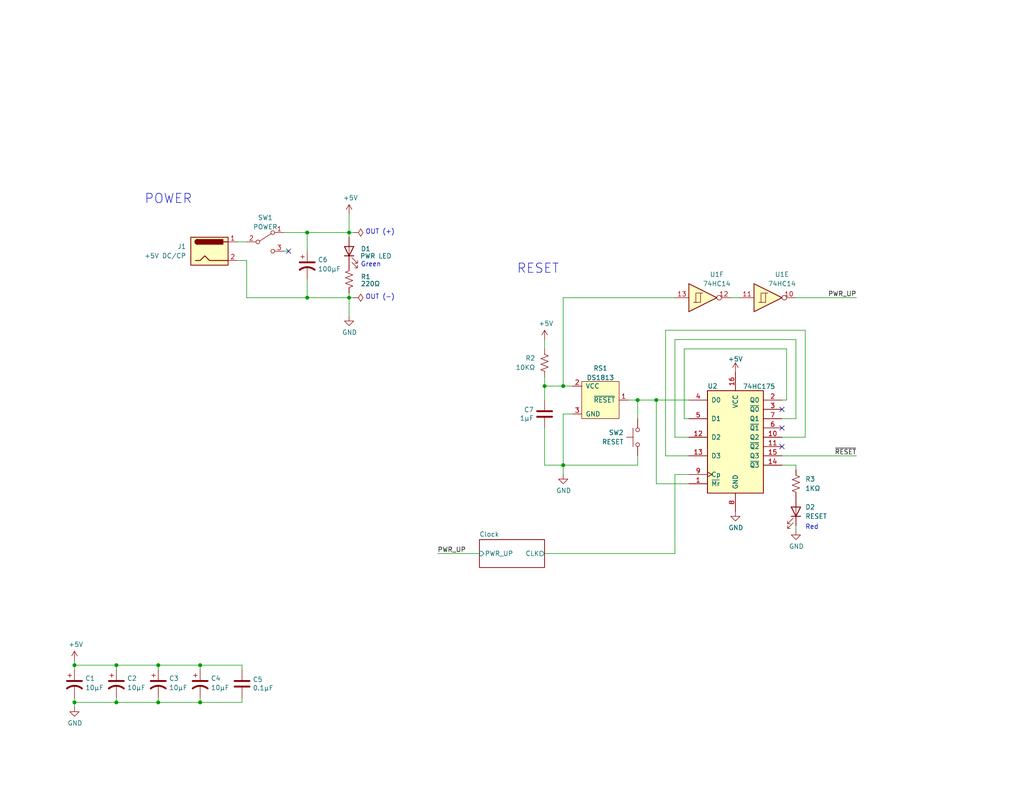
<source format=kicad_sch>
(kicad_sch (version 20211123) (generator eeschema)
  (paper "USLetter")
  (title_block (title "Power and clock") (date "2022-10-01") (rev "1") (company "Frederic Segard - aka: The Micro Hobbyist"))
  (lib_symbols
    (symbol "0_Z80_Library:DS1813" (pin_names (offset 1.016))
      (property "Reference" "RS" (at 0 2.54 0))
      (property "Value" "DS1813" (at 0 0 0))
      (symbol "DS1813_0_1"
        (rectangle (start 5.08 -1.27) (end -5.08 -11.43) (fill (type background)))
      )
      (symbol "DS1813_1_1"
        (pin output line (at 7.62 -6.35 180) (length 2.54) (name "~{RESET}") (number "1"))
        (pin input line (at -7.62 -2.54 0) (length 2.54) (name "VCC") (number "2"))
        (pin power_in line (at -7.62 -10.16 0) (length 2.54) (name "GND") (number "3"))
      )
    )
    (symbol "74xx:74HC14" (pin_names (offset 1.016))
      (property "Reference" "U" (at 0 1.27 0))
      (property "Value" "74HC14" (at 0 -1.27 0))
      (symbol "74HC14_1_0"
        (polyline (pts (xy -3.81 3.81) (xy -3.81 -3.81) (xy 3.81 0) (xy -3.81 3.81)) (stroke (width 0.254)) (fill (type background)))
        (pin input line (at -7.62 0 0) (length 3.81) (name "~") (number "1"))
        (pin output inverted (at 7.62 0 180) (length 3.81) (name "~") (number "2"))
      )
      (symbol "74HC14_1_1"
        (polyline (pts (xy -1.905 -1.27) (xy -1.905 1.27) (xy -0.635 1.27)))
        (polyline (pts (xy -2.54 -1.27) (xy -0.635 -1.27) (xy -0.635 1.27) (xy 0 1.27)))
      )
      (symbol "74HC14_2_0"
        (polyline (pts (xy -3.81 3.81) (xy -3.81 -3.81) (xy 3.81 0) (xy -3.81 3.81)) (stroke (width 0.254)) (fill (type background)))
        (pin input line (at -7.62 0 0) (length 3.81) (name "~") (number "3"))
        (pin output inverted (at 7.62 0 180) (length 3.81) (name "~") (number "4"))
      )
      (symbol "74HC14_2_1"
        (polyline (pts (xy -1.905 -1.27) (xy -1.905 1.27) (xy -0.635 1.27)))
        (polyline (pts (xy -2.54 -1.27) (xy -0.635 -1.27) (xy -0.635 1.27) (xy 0 1.27)))
      )
      (symbol "74HC14_3_0"
        (polyline (pts (xy -3.81 3.81) (xy -3.81 -3.81) (xy 3.81 0) (xy -3.81 3.81)) (stroke (width 0.254)) (fill (type background)))
        (pin input line (at -7.62 0 0) (length 3.81) (name "~") (number "5"))
        (pin output inverted (at 7.62 0 180) (length 3.81) (name "~") (number "6"))
      )
      (symbol "74HC14_3_1"
        (polyline (pts (xy -1.905 -1.27) (xy -1.905 1.27) (xy -0.635 1.27)))
        (polyline (pts (xy -2.54 -1.27) (xy -0.635 -1.27) (xy -0.635 1.27) (xy 0 1.27)))
      )
      (symbol "74HC14_4_0"
        (polyline (pts (xy -3.81 3.81) (xy -3.81 -3.81) (xy 3.81 0) (xy -3.81 3.81)) (stroke (width 0.254)) (fill (type background)))
        (pin output inverted (at 7.62 0 180) (length 3.81) (name "~") (number "8"))
        (pin input line (at -7.62 0 0) (length 3.81) (name "~") (number "9"))
      )
      (symbol "74HC14_4_1"
        (polyline (pts (xy -1.905 -1.27) (xy -1.905 1.27) (xy -0.635 1.27)))
        (polyline (pts (xy -2.54 -1.27) (xy -0.635 -1.27) (xy -0.635 1.27) (xy 0 1.27)))
      )
      (symbol "74HC14_5_0"
        (polyline (pts (xy -3.81 3.81) (xy -3.81 -3.81) (xy 3.81 0) (xy -3.81 3.81)) (stroke (width 0.254)) (fill (type background)))
        (pin output inverted (at 7.62 0 180) (length 3.81) (name "~") (number "10"))
        (pin input line (at -7.62 0 0) (length 3.81) (name "~") (number "11"))
      )
      (symbol "74HC14_5_1"
        (polyline (pts (xy -1.905 -1.27) (xy -1.905 1.27) (xy -0.635 1.27)))
        (polyline (pts (xy -2.54 -1.27) (xy -0.635 -1.27) (xy -0.635 1.27) (xy 0 1.27)))
      )
      (symbol "74HC14_6_0"
        (polyline (pts (xy -3.81 3.81) (xy -3.81 -3.81) (xy 3.81 0) (xy -3.81 3.81)) (stroke (width 0.254)) (fill (type background)))
        (pin output inverted (at 7.62 0 180) (length 3.81) (name "~") (number "12"))
        (pin input line (at -7.62 0 0) (length 3.81) (name "~") (number "13"))
      )
      (symbol "74HC14_6_1"
        (polyline (pts (xy -1.905 -1.27) (xy -1.905 1.27) (xy -0.635 1.27)))
        (polyline (pts (xy -2.54 -1.27) (xy -0.635 -1.27) (xy -0.635 1.27) (xy 0 1.27)))
      )
      (symbol "74HC14_7_0"
        (pin power_in line (at 0 12.7 270) (length 5.08) (name "VCC") (number "14"))
        (pin power_in line (at 0 -12.7 90) (length 5.08) (name "GND") (number "7"))
      )
      (symbol "74HC14_7_1"
        (rectangle (start -5.08 7.62) (end 5.08 -7.62) (stroke (width 0.254)) (fill (type background)))
      )
    )
    (symbol "74xx:74LS175" (pin_names (offset 1.016))
      (property "Reference" "U" (at -7.62 13.97 0))
      (property "Value" "74LS175" (at -7.62 -16.51 0))
      (symbol "74LS175_1_0"
        (pin input line (at -12.7 -12.7 0) (length 5.08) (name "~{Mr}") (number "1"))
        (pin output line (at 12.7 0 180) (length 5.08) (name "Q2") (number "10"))
        (pin output line (at 12.7 -2.54 180) (length 5.08) (name "~{Q2}") (number "11"))
        (pin input line (at -12.7 0 0) (length 5.08) (name "D2") (number "12"))
        (pin input line (at -12.7 -5.08 0) (length 5.08) (name "D3") (number "13"))
        (pin output line (at 12.7 -7.62 180) (length 5.08) (name "~{Q3}") (number "14"))
        (pin output line (at 12.7 -5.08 180) (length 5.08) (name "Q3") (number "15"))
        (pin power_in line (at 0 17.78 270) (length 5.08) (name "VCC") (number "16"))
        (pin output line (at 12.7 10.16 180) (length 5.08) (name "Q0") (number "2"))
        (pin output line (at 12.7 7.62 180) (length 5.08) (name "~{Q0}") (number "3"))
        (pin input line (at -12.7 10.16 0) (length 5.08) (name "D0") (number "4"))
        (pin input line (at -12.7 5.08 0) (length 5.08) (name "D1") (number "5"))
        (pin output line (at 12.7 2.54 180) (length 5.08) (name "~{Q1}") (number "6"))
        (pin output line (at 12.7 5.08 180) (length 5.08) (name "Q1") (number "7"))
        (pin power_in line (at 0 -20.32 90) (length 5.08) (name "GND") (number "8"))
        (pin input clock (at -12.7 -10.16 0) (length 5.08) (name "Cp") (number "9"))
      )
      (symbol "74LS175_1_1"
        (rectangle (start -7.62 12.7) (end 7.62 -15.24) (stroke (width 0.254)) (fill (type background)))
      )
    )
    (symbol "Connector:Barrel_Jack" (pin_names (offset 1.016))
      (property "Reference" "J" (at 0 5.334 0))
      (property "Value" "Barrel_Jack" (at 0 -5.08 0))
      (symbol "Barrel_Jack_0_1"
        (rectangle (start -5.08 3.81) (end 5.08 -3.81) (stroke (width 0.254)) (fill (type background)))
        (arc (start -3.302 3.175) (mid -3.937 2.54) (end -3.302 1.905) (stroke (width 0.254)))
        (arc (start -3.302 3.175) (mid -3.937 2.54) (end -3.302 1.905) (stroke (width 0.254)) (fill (type outline)))
        (polyline (pts (xy 5.08 2.54) (xy 3.81 2.54)) (stroke (width 0.254)))
        (polyline (pts (xy -3.81 -2.54) (xy -2.54 -2.54) (xy -1.27 -1.27) (xy 0 -2.54) (xy 2.54 -2.54) (xy 5.08 -2.54)) (stroke (width 0.254)))
        (rectangle (start 3.683 3.175) (end -3.302 1.905) (stroke (width 0.254)) (fill (type outline)))
      )
      (symbol "Barrel_Jack_1_1"
        (pin passive line (at 7.62 2.54 180) (length 2.54) (name "~") (number "1"))
        (pin passive line (at 7.62 -2.54 180) (length 2.54) (name "~") (number "2"))
      )
    )
    (symbol "Device:C" (pin_numbers hide) (pin_names (offset 0.254))
      (property "Reference" "C" (at 0.635 2.54 0))
      (property "Value" "C" (at 0.635 -2.54 0))
      (symbol "C_0_1"
        (polyline (pts (xy -2.032 -0.762) (xy 2.032 -0.762)) (stroke (width 0.508)))
        (polyline (pts (xy -2.032 0.762) (xy 2.032 0.762)) (stroke (width 0.508)))
      )
      (symbol "C_1_1"
        (pin passive line (at 0 3.81 270) (length 2.794) (name "~") (number "1"))
        (pin passive line (at 0 -3.81 90) (length 2.794) (name "~") (number "2"))
      )
    )
    (symbol "Device:C_Polarized_US" (pin_numbers hide) (pin_names (offset 0.254) hide)
      (property "Reference" "C" (at 0.635 2.54 0))
      (property "Value" "C_Polarized_US" (at 0.635 -2.54 0))
      (symbol "C_Polarized_US_0_1"
        (polyline (pts (xy -2.032 0.762) (xy 2.032 0.762)) (stroke (width 0.508)))
        (polyline (pts (xy -1.778 2.286) (xy -0.762 2.286)))
        (polyline (pts (xy -1.27 1.778) (xy -1.27 2.794)))
        (arc (start 2.032 -1.27) (mid 0 -0.5572) (end -2.032 -1.27) (stroke (width 0.508)))
      )
      (symbol "C_Polarized_US_1_1"
        (pin passive line (at 0 3.81 270) (length 2.794) (name "~") (number "1"))
        (pin passive line (at 0 -3.81 90) (length 3.302) (name "~") (number "2"))
      )
    )
    (symbol "Device:LED" (pin_numbers hide) (pin_names (offset 1.016) hide)
      (property "Reference" "D" (at 0 2.54 0))
      (property "Value" "LED" (at 0 -2.54 0))
      (symbol "LED_0_1"
        (polyline (pts (xy -1.27 -1.27) (xy -1.27 1.27)) (stroke (width 0.254)))
        (polyline (pts (xy -1.27 0) (xy 1.27 0)))
        (polyline (pts (xy 1.27 -1.27) (xy 1.27 1.27) (xy -1.27 0) (xy 1.27 -1.27)) (stroke (width 0.254)))
        (polyline (pts (xy -3.048 -0.762) (xy -4.572 -2.286) (xy -3.81 -2.286) (xy -4.572 -2.286) (xy -4.572 -1.524)))
        (polyline (pts (xy -1.778 -0.762) (xy -3.302 -2.286) (xy -2.54 -2.286) (xy -3.302 -2.286) (xy -3.302 -1.524)))
      )
      (symbol "LED_1_1"
        (pin passive line (at -3.81 0 0) (length 2.54) (name "K") (number "1"))
        (pin passive line (at 3.81 0 180) (length 2.54) (name "A") (number "2"))
      )
    )
    (symbol "Device:R_US" (pin_numbers hide) (pin_names (offset 0))
      (property "Reference" "R" (at 2.54 0 90))
      (property "Value" "R_US" (at -2.54 0 90))
      (symbol "R_US_0_1"
        (polyline (pts (xy 0 -2.286) (xy 0 -2.54)))
        (polyline (pts (xy 0 2.286) (xy 0 2.54)))
        (polyline (pts (xy 0 -0.762) (xy 1.016 -1.143) (xy 0 -1.524) (xy -1.016 -1.905) (xy 0 -2.286)))
        (polyline (pts (xy 0 0.762) (xy 1.016 0.381) (xy 0 0) (xy -1.016 -0.381) (xy 0 -0.762)))
        (polyline (pts (xy 0 2.286) (xy 1.016 1.905) (xy 0 1.524) (xy -1.016 1.143) (xy 0 0.762)))
      )
      (symbol "R_US_1_1"
        (pin passive line (at 0 3.81 270) (length 1.27) (name "~") (number "1"))
        (pin passive line (at 0 -3.81 90) (length 1.27) (name "~") (number "2"))
      )
    )
    (symbol "Switch:SW_Push" (pin_numbers hide) (pin_names (offset 1.016) hide)
      (property "Reference" "SW" (at 1.27 2.54 0))
      (property "Value" "SW_Push" (at 0 -1.524 0))
      (symbol "SW_Push_0_1"
        (circle (center -2.032 0) (radius 0.508))
        (polyline (pts (xy 0 1.27) (xy 0 3.048)))
        (polyline (pts (xy 2.54 1.27) (xy -2.54 1.27)))
        (circle (center 2.032 0) (radius 0.508))
        (pin passive line (at -5.08 0 0) (length 2.54) (name "1") (number "1"))
        (pin passive line (at 5.08 0 180) (length 2.54) (name "2") (number "2"))
      )
    )
    (symbol "Switch:SW_SPDT" (pin_names (offset 0) hide)
      (property "Reference" "SW" (at 0 4.318 0))
      (property "Value" "SW_SPDT" (at 0 -5.08 0))
      (symbol "SW_SPDT_0_0"
        (circle (center -2.032 0) (radius 0.508))
        (circle (center 2.032 -2.54) (radius 0.508))
      )
      (symbol "SW_SPDT_0_1"
        (polyline (pts (xy -1.524 0.254) (xy 1.651 2.286)))
        (circle (center 2.032 2.54) (radius 0.508))
      )
      (symbol "SW_SPDT_1_1"
        (pin passive line (at 5.08 2.54 180) (length 2.54) (name "A") (number "1"))
        (pin passive line (at -5.08 0 0) (length 2.54) (name "B") (number "2"))
        (pin passive line (at 5.08 -2.54 180) (length 2.54) (name "C") (number "3"))
      )
    )
    (symbol "power:+5V" (power) (pin_names (offset 0))
      (property "Value" "+5V" (at 0 3.556 0))
      (symbol "+5V_0_1"
        (polyline (pts (xy -0.762 1.27) (xy 0 2.54)))
        (polyline (pts (xy 0 0) (xy 0 2.54)))
        (polyline (pts (xy 0 2.54) (xy 0.762 1.27)))
      )
      (symbol "+5V_1_1"
        (pin power_in line (at 0 0 90) (length 0) hide (name "+5V") (number "1"))
      )
    )
    (symbol "power:GND" (power) (pin_names (offset 0))
      (property "Value" "GND" (at 0 -3.81 0))
      (symbol "GND_0_1"
        (polyline (pts (xy 0 0) (xy 0 -1.27) (xy 1.27 -1.27) (xy 0 -2.54) (xy -1.27 -1.27) (xy 0 -1.27)))
      )
      (symbol "GND_1_1"
        (pin power_in line (at 0 0 270) (length 0) hide (name "GND") (number "1"))
      )
    )
    (symbol "power:PWR_FLAG" (power) (pin_numbers hide) (pin_names (offset 0) hide)
      (property "Value" "PWR_FLAG" (at 0 3.81 0))
      (symbol "PWR_FLAG_0_0"
        (pin power_out line (at 0 0 90) (length 0) (name "pwr") (number "1"))
      )
      (symbol "PWR_FLAG_0_1"
        (polyline (pts (xy 0 0) (xy 0 1.27) (xy -1.016 1.905) (xy 0 2.54) (xy 1.016 1.905) (xy 0 1.27)))
      )
    )
  )
  (junction (at 148.59 105.41))
  (junction (at 173.99 109.22))
  (junction (at 31.75 191.77))
  (junction (at 54.61 191.77))
  (junction (at 31.75 181.61))
  (junction (at 43.18 181.61))
  (junction (at 20.32 181.61))
  (junction (at 153.67 127))
  (junction (at 43.18 191.77))
  (junction (at 83.82 81.28))
  (junction (at 153.67 105.41))
  (junction (at 20.32 191.77))
  (junction (at 95.25 63.5))
  (junction (at 95.25 81.28))
  (junction (at 179.07 109.22))
  (junction (at 54.61 181.61))
  (junction (at 83.82 63.5))
  (no_connect (at 78.74 68.58))
  (no_connect (at 213.36 111.76))
  (no_connect (at 213.36 121.92))
  (no_connect (at 213.36 116.84))
  (wire (pts (xy 179.07 109.22) (xy 187.96 109.22)))
  (wire (pts (xy 43.18 191.77) (xy 54.61 191.77)))
  (wire (pts (xy 20.32 180.34) (xy 20.32 181.61)))
  (wire (pts (xy 213.36 119.38) (xy 219.71 119.38)))
  (wire (pts (xy 148.59 105.41) (xy 148.59 102.87)))
  (wire (pts (xy 31.75 190.5) (xy 31.75 191.77)))
  (wire (pts (xy 83.82 63.5) (xy 83.82 68.58)))
  (wire (pts (xy 54.61 181.61) (xy 66.04 181.61)))
  (wire (pts (xy 54.61 190.5) (xy 54.61 191.77)))
  (wire (pts (xy 148.59 127) (xy 153.67 127)))
  (wire (pts (xy 64.77 66.04) (xy 67.31 66.04)))
  (wire (pts (xy 186.69 95.25) (xy 186.69 114.3)))
  (wire (pts (xy 153.67 129.54) (xy 153.67 127)))
  (wire (pts (xy 171.45 109.22) (xy 173.99 109.22)))
  (wire (pts (xy 173.99 124.46) (xy 173.99 127)))
  (wire (pts (xy 20.32 191.77) (xy 20.32 193.04)))
  (wire (pts (xy 153.67 81.28) (xy 153.67 105.41)))
  (wire (pts (xy 119.38 151.13) (xy 130.81 151.13)))
  (wire (pts (xy 153.67 113.03) (xy 153.67 127)))
  (wire (pts (xy 20.32 190.5) (xy 20.32 191.77)))
  (wire (pts (xy 184.15 129.54) (xy 184.15 151.13)))
  (wire (pts (xy 31.75 191.77) (xy 43.18 191.77)))
  (wire (pts (xy 173.99 114.3) (xy 173.99 109.22)))
  (wire (pts (xy 214.63 95.25) (xy 186.69 95.25)))
  (wire (pts (xy 219.71 119.38) (xy 219.71 90.17)))
  (wire (pts (xy 153.67 81.28) (xy 184.15 81.28)))
  (wire (pts (xy 66.04 191.77) (xy 66.04 190.5)))
  (wire (pts (xy 179.07 132.08) (xy 187.96 132.08)))
  (wire (pts (xy 43.18 181.61) (xy 43.18 182.88)))
  (wire (pts (xy 20.32 181.61) (xy 31.75 181.61)))
  (wire (pts (xy 96.52 63.5) (xy 95.25 63.5)))
  (wire (pts (xy 173.99 109.22) (xy 179.07 109.22)))
  (wire (pts (xy 217.17 127) (xy 213.36 127)))
  (wire (pts (xy 95.25 64.77) (xy 95.25 63.5)))
  (wire (pts (xy 214.63 109.22) (xy 214.63 95.25)))
  (wire (pts (xy 54.61 181.61) (xy 54.61 182.88)))
  (wire (pts (xy 148.59 116.84) (xy 148.59 127)))
  (wire (pts (xy 20.32 181.61) (xy 20.32 182.88)))
  (wire (pts (xy 184.15 92.71) (xy 184.15 119.38)))
  (wire (pts (xy 54.61 191.77) (xy 66.04 191.77)))
  (wire (pts (xy 156.21 113.03) (xy 153.67 113.03)))
  (wire (pts (xy 95.25 81.28) (xy 95.25 86.36)))
  (wire (pts (xy 83.82 63.5) (xy 77.47 63.5)))
  (wire (pts (xy 199.39 81.28) (xy 201.93 81.28)))
  (wire (pts (xy 83.82 76.2) (xy 83.82 81.28)))
  (wire (pts (xy 181.61 90.17) (xy 181.61 124.46)))
  (wire (pts (xy 187.96 129.54) (xy 184.15 129.54)))
  (wire (pts (xy 153.67 105.41) (xy 156.21 105.41)))
  (wire (pts (xy 95.25 63.5) (xy 83.82 63.5)))
  (wire (pts (xy 213.36 109.22) (xy 214.63 109.22)))
  (wire (pts (xy 148.59 92.71) (xy 148.59 95.25)))
  (wire (pts (xy 31.75 181.61) (xy 43.18 181.61)))
  (wire (pts (xy 217.17 81.28) (xy 233.68 81.28)))
  (wire (pts (xy 217.17 127) (xy 217.17 128.27)))
  (wire (pts (xy 217.17 144.78) (xy 217.17 143.51)))
  (wire (pts (xy 95.25 80.01) (xy 95.25 81.28)))
  (wire (pts (xy 96.52 81.28) (xy 95.25 81.28)))
  (wire (pts (xy 148.59 109.22) (xy 148.59 105.41)))
  (wire (pts (xy 217.17 114.3) (xy 217.17 92.71)))
  (wire (pts (xy 67.31 71.12) (xy 67.31 81.28)))
  (wire (pts (xy 219.71 90.17) (xy 181.61 90.17)))
  (wire (pts (xy 213.36 114.3) (xy 217.17 114.3)))
  (wire (pts (xy 67.31 81.28) (xy 83.82 81.28)))
  (wire (pts (xy 213.36 124.46) (xy 233.68 124.46)))
  (wire (pts (xy 153.67 127) (xy 173.99 127)))
  (wire (pts (xy 148.59 105.41) (xy 153.67 105.41)))
  (wire (pts (xy 217.17 92.71) (xy 184.15 92.71)))
  (wire (pts (xy 43.18 190.5) (xy 43.18 191.77)))
  (wire (pts (xy 186.69 114.3) (xy 187.96 114.3)))
  (wire (pts (xy 43.18 181.61) (xy 54.61 181.61)))
  (wire (pts (xy 184.15 119.38) (xy 187.96 119.38)))
  (wire (pts (xy 20.32 191.77) (xy 31.75 191.77)))
  (wire (pts (xy 64.77 71.12) (xy 67.31 71.12)))
  (wire (pts (xy 148.59 151.13) (xy 184.15 151.13)))
  (wire (pts (xy 95.25 58.42) (xy 95.25 63.5)))
  (wire (pts (xy 77.47 68.58) (xy 78.74 68.58)))
  (wire (pts (xy 66.04 181.61) (xy 66.04 182.88)))
  (wire (pts (xy 179.07 109.22) (xy 179.07 132.08)))
  (wire (pts (xy 181.61 124.46) (xy 187.96 124.46)))
  (wire (pts (xy 31.75 181.61) (xy 31.75 182.88)))
  (wire (pts (xy 83.82 81.28) (xy 95.25 81.28)))
  (text "Red" (at 219.686 144.732 0) (effects (font (size 1.27 1.27)) (justify left bottom)))
  (text "RESET" (at 140.97 74.93 0) (effects (font (size 2.54 2.54)) (justify left bottom)))
  (text "POWER" (at 39.37 55.88 0) (effects (font (size 2.54 2.54)) (justify left bottom)))
  (text "Green" (at 98.425 73.025 0) (effects (font (size 1.27 1.27)) (justify left bottom)))
  (text "OUT (+)" (at 99.695 64.135 0) (effects (font (size 1.27 1.27)) (justify left bottom)))
  (text "OUT (-)" (at 99.695 81.915 0) (effects (font (size 1.27 1.27)) (justify left bottom)))
  (label "~{RESET}" (at 233.68 124.46 180))
  (label "PWR_UP" (at 233.68 81.28 180))
  (label "PWR_UP" (at 119.38 151.13 0))
  (symbol (lib_id "power:+5V") (at 200.66 101.6 0) (unit 1)
    (property "Reference" "#PWR07" (effects hide))
    (property "Value" "+5V" (at 200.66 98.0242 0))
  )
  (symbol (lib_id "power:GND") (at 153.67 129.54 0) (unit 1)
    (property "Reference" "#PWR06" (effects hide))
    (property "Value" "GND" (at 153.797 133.9342 0))
  )
  (symbol (lib_id "power:+5V") (at 20.32 180.34 0) (unit 1)
    (property "Reference" "#PWR01" (effects hide))
    (property "Value" "+5V" (at 20.701 175.9458 0))
  )
  (symbol (lib_id "0_Z80_Library:DS1813") (at 163.83 102.87 0) (unit 1)
    (property "Reference" "RS1" (at 163.83 100.5672 0))
    (property "Value" "DS1813" (at 163.83 103.1041 0))
    (property "Footprint" "Package_TO_SOT_THT:TO-92L_Inline_Wide" (effects hide))
  )
  (symbol (lib_id "power:PWR_FLAG") (at 96.52 81.28 270) (unit 1)
    (property "Reference" "#FLG02" (effects hide))
    (property "Value" "PWR_FLAG" (effects hide))
  )
  (symbol (lib_id "Switch:SW_Push") (at 173.99 119.38 90) (mirror x) (unit 1)
    (property "Reference" "SW2" (at 170.18 118.11 90) (effects (justify left)))
    (property "Value" "RESET" (at 170.18 120.65 90) (effects (justify left)))
    (property "Footprint" "Button_Switch_THT:SW_PUSH_6mm" (effects hide))
  )
  (symbol (lib_id "Device:R_US") (at 217.17 132.08 0) (unit 1)
    (property "Reference" "R3" (at 219.71 130.81 0) (effects (justify left)))
    (property "Value" "1KΩ" (at 219.71 133.35 0) (effects (justify left)))
    (property "Footprint" "Resistor_THT:R_Axial_DIN0207_L6.3mm_D2.5mm_P10.16mm_Horizontal" (effects hide))
  )
  (symbol (lib_id "Device:C") (at 66.04 186.69 0) (unit 1)
    (property "Reference" "C5" (at 68.961 185.5216 0) (effects (justify left)))
    (property "Value" "0.1µF" (at 68.961 187.833 0) (effects (justify left)))
    (property "Footprint" "Capacitor_THT:C_Disc_D3.0mm_W1.6mm_P2.50mm" (effects hide))
  )
  (symbol (lib_id "Device:C_Polarized_US") (at 43.18 186.69 0) (unit 1)
    (property "Reference" "C3" (at 46.101 185.2203 0) (effects (justify left)))
    (property "Value" "10µF" (at 46.101 187.7572 0) (effects (justify left)))
    (property "Footprint" "Capacitor_THT:CP_Radial_D6.3mm_P2.50mm" (effects hide))
  )
  (symbol (lib_id "Device:C") (at 148.59 113.03 0) (mirror y) (unit 1)
    (property "Reference" "C7" (at 145.669 111.8616 0) (effects (justify left)))
    (property "Value" "1µF" (at 145.669 114.173 0) (effects (justify left)))
    (property "Footprint" "Capacitor_THT:C_Disc_D3.0mm_W1.6mm_P2.50mm" (effects hide))
  )
  (symbol (lib_id "power:+5V") (at 95.25 58.42 0) (unit 1)
    (property "Reference" "#PWR03" (effects hide))
    (property "Value" "+5V" (at 95.631 54.0258 0))
  )
  (symbol (lib_id "Device:LED") (at 95.25 68.58 90) (unit 1)
    (property "Reference" "D1" (at 98.425 67.945 90) (effects (justify right)))
    (property "Value" "PWR LED" (at 98.2472 69.9008 90) (effects (justify right)))
    (property "Footprint" "LED_THT:LED_D3.0mm" (effects hide))
  )
  (symbol (lib_id "74xx:74HC14") (at 191.77 81.28 0) (unit 6)
    (property "Reference" "U1" (at 195.58 74.93 0))
    (property "Value" "74HC14" (at 195.58 77.47 0))
    (property "Footprint" "Package_DIP:DIP-14_W7.62mm_Socket" (effects hide))
    (property "Datasheet" "http://www.ti.com/lit/gpn/sn74HC14" (effects hide))
  )
  (symbol (lib_id "power:GND") (at 95.25 86.36 0) (unit 1)
    (property "Reference" "#PWR04" (effects hide))
    (property "Value" "GND" (at 95.377 90.7542 0))
  )
  (symbol (lib_id "power:PWR_FLAG") (at 96.52 63.5 270) (unit 1)
    (property "Reference" "#FLG01" (effects hide))
    (property "Value" "PWR_FLAG" (effects hide))
  )
  (symbol (lib_id "power:GND") (at 217.17 144.78 0) (unit 1)
    (property "Reference" "#PWR09" (effects hide))
    (property "Value" "GND" (at 217.297 149.1742 0))
  )
  (symbol (lib_id "Connector:Barrel_Jack") (at 57.15 68.58 0) (unit 1)
    (property "Reference" "J1" (at 50.8 67.31 0) (effects (justify right)))
    (property "Value" "+5V DC/CP" (at 50.8 69.85 0) (effects (justify right)))
    (property "Footprint" "Connector_BarrelJack:BarrelJack_Horizontal" (effects hide))
  )
  (symbol (lib_id "Device:C_Polarized_US") (at 83.82 72.39 0) (unit 1)
    (property "Reference" "C6" (at 86.741 70.9203 0) (effects (justify left)))
    (property "Value" "100µF" (at 86.741 73.4572 0) (effects (justify left)))
    (property "Footprint" "Capacitor_THT:CP_Radial_D8.0mm_P3.80mm" (effects hide))
  )
  (symbol (lib_id "74xx:74LS175") (at 200.66 119.38 0) (unit 1)
    (property "Reference" "U2" (at 193.04 105.41 0) (effects (justify left)))
    (property "Value" "74HC175" (at 202.6794 105.5171 0) (effects (justify left)))
    (property "Footprint" "Package_DIP:DIP-16_W7.62mm_Socket" (effects hide))
    (property "Datasheet" "http://www.ti.com/lit/gpn/sn74LS175" (effects hide))
  )
  (symbol (lib_id "power:GND") (at 20.32 193.04 0) (unit 1)
    (property "Reference" "#PWR02" (effects hide))
    (property "Value" "GND" (at 20.447 197.4342 0))
  )
  (symbol (lib_id "Device:C_Polarized_US") (at 31.75 186.69 0) (unit 1)
    (property "Reference" "C2" (at 34.671 185.2203 0) (effects (justify left)))
    (property "Value" "10µF" (at 34.671 187.7572 0) (effects (justify left)))
    (property "Footprint" "Capacitor_THT:CP_Radial_D6.3mm_P2.50mm" (effects hide))
  )
  (symbol (lib_id "power:+5V") (at 148.59 92.71 0) (unit 1)
    (property "Reference" "#PWR05" (effects hide))
    (property "Value" "+5V" (at 148.971 88.3158 0))
  )
  (symbol (lib_id "Device:C_Polarized_US") (at 20.32 186.69 0) (unit 1)
    (property "Reference" "C1" (at 23.241 185.2203 0) (effects (justify left)))
    (property "Value" "10µF" (at 23.241 187.7572 0) (effects (justify left)))
    (property "Footprint" "Capacitor_THT:CP_Radial_D6.3mm_P2.50mm" (effects hide))
  )
  (symbol (lib_id "Device:R_US") (at 148.59 99.06 180) (unit 1)
    (property "Reference" "R2" (at 146.05 97.79 0) (effects (justify left)))
    (property "Value" "10KΩ" (at 146.05 100.33 0) (effects (justify left)))
    (property "Footprint" "Resistor_THT:R_Axial_DIN0207_L6.3mm_D2.5mm_P10.16mm_Horizontal" (effects hide))
  )
  (symbol (lib_id "Device:LED") (at 217.17 139.7 270) (mirror x) (unit 1)
    (property "Reference" "D2" (at 219.71 138.43 90) (effects (justify left)))
    (property "Value" "RESET" (at 219.71 140.97 90) (effects (justify left)))
    (property "Footprint" "LED_THT:LED_D3.0mm" (effects hide))
  )
  (symbol (lib_id "Device:R_US") (at 95.25 76.2 0) (mirror x) (unit 1)
    (property "Reference" "R1" (at 98.425 75.565 0) (effects (justify left)))
    (property "Value" "220Ω" (at 98.425 77.47 0) (effects (justify left)))
    (property "Footprint" "Resistor_THT:R_Axial_DIN0207_L6.3mm_D2.5mm_P10.16mm_Horizontal" (effects hide))
  )
  (symbol (lib_id "Switch:SW_SPDT") (at 72.39 66.04 0) (unit 1)
    (property "Reference" "SW1" (at 72.39 59.4192 0))
    (property "Value" "POWER" (at 72.39 61.9561 0))
  )
  (symbol (lib_id "74xx:74HC14") (at 209.55 81.28 0) (unit 5)
    (property "Reference" "U1" (at 213.36 74.93 0))
    (property "Value" "74HC14" (at 213.36 77.47 0))
    (property "Footprint" "Package_DIP:DIP-14_W7.62mm_Socket" (effects hide))
    (property "Datasheet" "http://www.ti.com/lit/gpn/sn74HC14" (effects hide))
  )
  (symbol (lib_id "Device:C_Polarized_US") (at 54.61 186.69 0) (unit 1)
    (property "Reference" "C4" (at 57.531 185.2203 0) (effects (justify left)))
    (property "Value" "10µF" (at 57.531 187.7572 0) (effects (justify left)))
    (property "Footprint" "Capacitor_THT:CP_Radial_D6.3mm_P2.50mm" (effects hide))
  )
  (symbol (lib_id "power:GND") (at 200.66 139.7 0) (unit 1)
    (property "Reference" "#PWR08" (effects hide))
    (property "Value" "GND" (at 200.787 144.0942 0))
  )
  (sheet (at 130.81 147.32) (size 17.78 7.62) (stroke (width 0.1524))
    (property "Sheet name" "Clock" (at 130.81 146.6084 0) (effects (justify left bottom)))
    (property "Sheet file" "Clock.kicad_sch" (effects hide))
    (pin "CLK" output (at 148.59 151.13 0))
    (pin "PWR_UP" input (at 130.81 151.13 180))
  )
)
</source>
